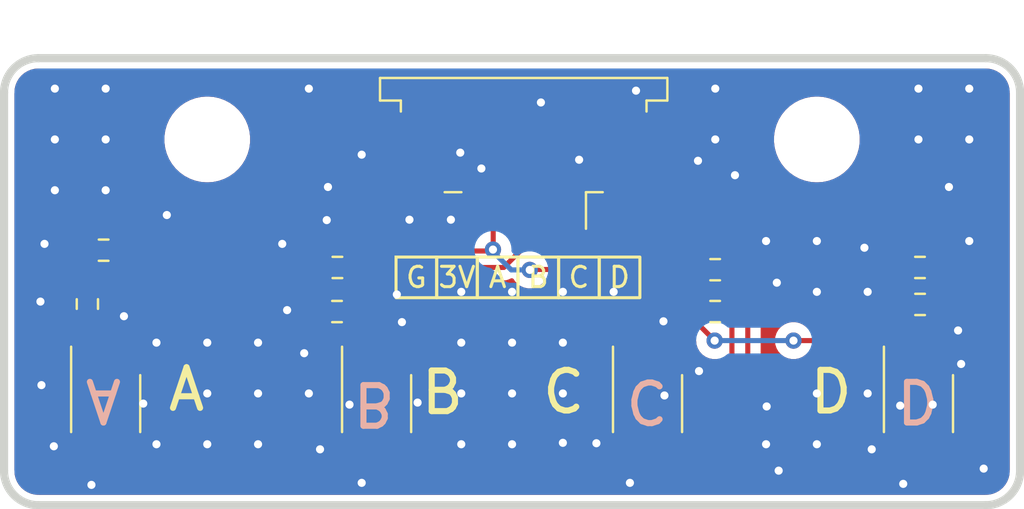
<source format=kicad_pcb>
(kicad_pcb (version 20211014) (generator pcbnew)
  (layers (0 "F.Cu" signal) (31 "B.Cu" signal) (34 "B.Paste" user) (35 "F.Paste" user) (36 "B.SilkS" user "B.Silkscreen") (37 "F.SilkS" user "F.Silkscreen") (38 "B.Mask" user) (39 "F.Mask" user) (44 "Edge.Cuts" user))
  (net 0 "")
  (net 1 "GND")
  (net 2 "+3V3")
  (net 3 "Net-(R3-Pad2)")
  (net 4 "Net-(R6-Pad2)")
  (net 5 "Net-(R9-Pad2)")
  (net 6 "Net-(R12-Pad2)")
  (net 7 "/Button A")
  (net 8 "/Button B")
  (net 9 "/Button C")
  (net 10 "/Button D")
  (footprint "Resistor_SMD:R_0603_1608Metric" (layer "F.Cu") (at 144.1 83.1 -90)
    (fp_text reference "R12" hide)
    (fp_text value "R100")
    (fp_line (start -0.237258 0.5225) (end 0.237258 0.5225) (layer "F.SilkS") (width 0.12))
    (fp_line (start -0.237258 -0.5225) (end 0.237258 -0.5225) (layer "F.SilkS") (width 0.12))
    (pad "1" smd roundrect locked (at -0.825 0 270) (size 0.8 0.95) (layers "F.Cu" "F.Paste" "F.Mask") (net 2 "+3V3"))
    (pad "2" smd roundrect locked (at 0.825 0 270) (size 0.8 0.95) (layers "F.Cu" "F.Paste" "F.Mask") (net 6 "Net-(R12-Pad2)"))
  )
  (footprint "Resistor_SMD:R_0603_1608Metric" (layer "F.Cu") (at 174.995 83.47)
    (fp_text reference "R3" hide)
    (fp_text value "R100")
    (fp_line (start -0.237258 0.5225) (end 0.237258 0.5225) (layer "F.SilkS") (width 0.12))
    (fp_line (start -0.237258 -0.5225) (end 0.237258 -0.5225) (layer "F.SilkS") (width 0.12))
    (pad "1" smd roundrect locked (at -0.825 0) (size 0.8 0.95) (layers "F.Cu" "F.Paste" "F.Mask") (net 2 "+3V3"))
    (pad "2" smd roundrect locked (at 0.825 0) (size 0.8 0.95) (layers "F.Cu" "F.Paste" "F.Mask") (net 3 "Net-(R3-Pad2)"))
  )
  (footprint "MountingHole:MountingHole_3.2mm_M3_ISO14580" (layer "F.Cu") (at 150 75)
    (fp_text reference "H2")
    (fp_text value "MountingHole")
    (pad "" np_thru_hole circle (at 0 0) (size 3.2 3.2) (drill 3.2) (layers *.Cu *.Mask))
  )
  (footprint "OptoDevice:OnSemi_CASE100CY" (layer "F.Cu") (at 158.333333 88)
    (fp_text reference "U3" hide)
    (fp_text value "QRE1113GR")
    (fp_line (start 1.7 1.4) (end 1.7 -1.4) (layer "F.SilkS") (width 0.12))
    (fp_line (start -1.7 1.4) (end -1.7 -2.8) (layer "F.SilkS") (width 0.12))
    (pad "1" smd roundrect locked (at -0.9 -2) (size 0.79 1.66) (layers "F.Cu" "F.Paste" "F.Mask") (net 5 "Net-(R9-Pad2)"))
    (pad "2" smd roundrect locked (at -0.9 2) (size 0.79 1.66) (layers "F.Cu" "F.Paste" "F.Mask") (net 1 "GND"))
    (pad "3" smd roundrect locked (at 0.9 2) (size 0.79 1.66) (layers "F.Cu" "F.Paste" "F.Mask") (net 8 "/Button B"))
    (pad "4" smd roundrect locked (at 0.9 -2) (size 0.79 1.66) (layers "F.Cu" "F.Paste" "F.Mask") (net 1 "GND"))
  )
  (footprint "Resistor_SMD:R_0603_1608Metric" (layer "F.Cu") (at 185.075 81.3)
    (fp_text reference "R8" hide)
    (fp_text value "10K")
    (fp_line (start -0.237258 -0.5225) (end 0.237258 -0.5225) (layer "F.SilkS") (width 0.12))
    (fp_line (start -0.237258 0.5225) (end 0.237258 0.5225) (layer "F.SilkS") (width 0.12))
    (pad "1" smd roundrect locked (at -0.825 0) (size 0.8 0.95) (layers "F.Cu" "F.Paste" "F.Mask") (net 2 "+3V3"))
    (pad "2" smd roundrect locked (at 0.825 0) (size 0.8 0.95) (layers "F.Cu" "F.Paste" "F.Mask") (net 10 "/Button D"))
  )
  (footprint "Resistor_SMD:R_0603_1608Metric" (layer "F.Cu") (at 144.9 80.45)
    (fp_text reference "R13" hide)
    (fp_text value "10K")
    (fp_line (start -0.237258 -0.5225) (end 0.237258 -0.5225) (layer "F.SilkS") (width 0.12))
    (fp_line (start -0.237258 0.5225) (end 0.237258 0.5225) (layer "F.SilkS") (width 0.12))
    (pad "1" smd roundrect locked (at -0.825 0) (size 0.8 0.95) (layers "F.Cu" "F.Paste" "F.Mask") (net 2 "+3V3"))
    (pad "2" smd roundrect locked (at 0.825 0) (size 0.8 0.95) (layers "F.Cu" "F.Paste" "F.Mask") (net 7 "/Button A"))
  )
  (footprint "Resistor_SMD:R_0603_1608Metric" (layer "F.Cu") (at 156.385 83.47)
    (fp_text reference "R9" hide)
    (fp_text value "R100")
    (fp_line (start -0.237258 0.5225) (end 0.237258 0.5225) (layer "F.SilkS") (width 0.12))
    (fp_line (start -0.237258 -0.5225) (end 0.237258 -0.5225) (layer "F.SilkS") (width 0.12))
    (pad "1" smd roundrect locked (at -0.825 0) (size 0.8 0.95) (layers "F.Cu" "F.Paste" "F.Mask") (net 2 "+3V3"))
    (pad "2" smd roundrect locked (at 0.825 0) (size 0.8 0.95) (layers "F.Cu" "F.Paste" "F.Mask") (net 5 "Net-(R9-Pad2)"))
  )
  (footprint "OptoDevice:OnSemi_CASE100CY" (layer "F.Cu") (at 145 88)
    (fp_text reference "U4" hide)
    (fp_text value "QRE1113GR")
    (fp_line (start -1.7 1.4) (end -1.7 -2.8) (layer "F.SilkS") (width 0.12))
    (fp_line (start 1.7 1.4) (end 1.7 -1.4) (layer "F.SilkS") (width 0.12))
    (pad "1" smd roundrect locked (at -0.9 -2) (size 0.79 1.66) (layers "F.Cu" "F.Paste" "F.Mask") (net 6 "Net-(R12-Pad2)"))
    (pad "2" smd roundrect locked (at -0.9 2) (size 0.79 1.66) (layers "F.Cu" "F.Paste" "F.Mask") (net 1 "GND"))
    (pad "3" smd roundrect locked (at 0.9 2) (size 0.79 1.66) (layers "F.Cu" "F.Paste" "F.Mask") (net 7 "/Button A"))
    (pad "4" smd roundrect locked (at 0.9 -2) (size 0.79 1.66) (layers "F.Cu" "F.Paste" "F.Mask") (net 1 "GND"))
  )
  (footprint "MountingHole:MountingHole_3.2mm_M3_ISO14580" (layer "F.Cu") (at 180 75)
    (fp_text reference "H1")
    (fp_text value "MountingHole")
    (pad "" np_thru_hole circle (at 0 0) (size 3.2 3.2) (drill 3.2) (layers *.Cu *.Mask))
  )
  (footprint "Connector_FFC-FPC:TE_84952-6_1x06-1MP_P1.0mm_Horizontal" (layer "F.Cu") (at 165.572 76.686 180)
    (fp_text reference "J9" hide)
    (fp_text value "Conn_01x06_MountingPin")
    (fp_line (start -7.07 4.71) (end -7.07 3.6) (layer "F.SilkS") (width 0.12))
    (fp_line (start -3.065 -0.91) (end -3.065 -2.71) (layer "F.SilkS") (width 0.12))
    (fp_line (start -6.045 3.6) (end -6.045 3.06) (layer "F.SilkS") (width 0.12))
    (fp_line (start -7.07 3.6) (end -6.045 3.6) (layer "F.SilkS") (width 0.12))
    (fp_line (start 6.045 3.06) (end 6.045 3.6) (layer "F.SilkS") (width 0.12))
    (fp_line (start 3.065 -0.91) (end 3.89 -0.91) (layer "F.SilkS") (width 0.12))
    (fp_line (start 6.045 3.6) (end 7.07 3.6) (layer "F.SilkS") (width 0.12))
    (fp_line (start -3.89 -0.91) (end -3.065 -0.91) (layer "F.SilkS") (width 0.12))
    (fp_line (start 7.07 3.6) (end 7.07 4.71) (layer "F.SilkS") (width 0.12))
    (fp_line (start 7.07 4.71) (end -7.07 4.71) (layer "F.SilkS") (width 0.12))
    (pad "1" smd rect locked (at -2.5 -1.8 180) (size 0.61 2) (layers "F.Cu" "F.Paste" "F.Mask") (net 10 "/Button D"))
    (pad "2" smd rect locked (at -1.5 -1.8 180) (size 0.61 2) (layers "F.Cu" "F.Paste" "F.Mask") (net 9 "/Button C"))
    (pad "3" smd rect locked (at -0.5 -1.8 180) (size 0.61 2) (layers "F.Cu" "F.Paste" "F.Mask") (net 8 "/Button B"))
    (pad "4" smd rect locked (at 0.5 -1.8 180) (size 0.61 2) (layers "F.Cu" "F.Paste" "F.Mask") (net 7 "/Button A"))
    (pad "5" smd rect locked (at 1.5 -1.8 180) (size 0.61 2) (layers "F.Cu" "F.Paste" "F.Mask") (net 2 "+3V3"))
    (pad "6" smd rect locked (at 2.5 -1.8 180) (size 0.61 2) (layers "F.Cu" "F.Paste" "F.Mask") (net 1 "GND"))
    (pad "MP" smd rect locked (at -5.49 1 180) (size 2.68 3.6) (layers "F.Cu" "F.Paste" "F.Mask") (net 1 "GND"))
    (pad "MP" smd rect locked (at 5.49 1 180) (size 2.68 3.6) (layers "F.Cu" "F.Paste" "F.Mask") (net 1 "GND"))
  )
  (footprint "Resistor_SMD:R_0603_1608Metric" (layer "F.Cu") (at 156.405 81.3)
    (fp_text reference "R10" hide)
    (fp_text value "10K")
    (fp_line (start -0.237258 -0.5225) (end 0.237258 -0.5225) (layer "F.SilkS") (width 0.12))
    (fp_line (start -0.237258 0.5225) (end 0.237258 0.5225) (layer "F.SilkS") (width 0.12))
    (pad "1" smd roundrect locked (at -0.825 0) (size 0.8 0.95) (layers "F.Cu" "F.Paste" "F.Mask") (net 2 "+3V3"))
    (pad "2" smd roundrect locked (at 0.825 0) (size 0.8 0.95) (layers "F.Cu" "F.Paste" "F.Mask") (net 8 "/Button B"))
  )
  (footprint "Resistor_SMD:R_0603_1608Metric" (layer "F.Cu") (at 174.995 81.41)
    (fp_text reference "R5" hide)
    (fp_text value "10K")
    (fp_line (start -0.237258 -0.5225) (end 0.237258 -0.5225) (layer "F.SilkS") (width 0.12))
    (fp_line (start -0.237258 0.5225) (end 0.237258 0.5225) (layer "F.SilkS") (width 0.12))
    (pad "1" smd roundrect locked (at -0.825 0) (size 0.8 0.95) (layers "F.Cu" "F.Paste" "F.Mask") (net 2 "+3V3"))
    (pad "2" smd roundrect locked (at 0.825 0) (size 0.8 0.95) (layers "F.Cu" "F.Paste" "F.Mask") (net 9 "/Button C"))
  )
  (footprint "Resistor_SMD:R_0603_1608Metric" (layer "F.Cu") (at 185.08 83.12)
    (fp_text reference "R6" hide)
    (fp_text value "R100")
    (fp_line (start -0.237258 0.5225) (end 0.237258 0.5225) (layer "F.SilkS") (width 0.12))
    (fp_line (start -0.237258 -0.5225) (end 0.237258 -0.5225) (layer "F.SilkS") (width 0.12))
    (pad "1" smd roundrect locked (at -0.825 0) (size 0.8 0.95) (layers "F.Cu" "F.Paste" "F.Mask") (net 2 "+3V3"))
    (pad "2" smd roundrect locked (at 0.825 0) (size 0.8 0.95) (layers "F.Cu" "F.Paste" "F.Mask") (net 4 "Net-(R6-Pad2)"))
  )
  (footprint "OptoDevice:OnSemi_CASE100CY" (layer "F.Cu") (at 185 88)
    (fp_text reference "U2" hide)
    (fp_text value "QRE1113GR")
    (fp_line (start 1.7 1.4) (end 1.7 -1.4) (layer "F.SilkS") (width 0.12))
    (fp_line (start -1.7 1.4) (end -1.7 -2.8) (layer "F.SilkS") (width 0.12))
    (pad "1" smd roundrect locked (at -0.9 -2) (size 0.79 1.66) (layers "F.Cu" "F.Paste" "F.Mask") (net 4 "Net-(R6-Pad2)"))
    (pad "2" smd roundrect locked (at -0.9 2) (size 0.79 1.66) (layers "F.Cu" "F.Paste" "F.Mask") (net 1 "GND"))
    (pad "3" smd roundrect locked (at 0.9 2) (size 0.79 1.66) (layers "F.Cu" "F.Paste" "F.Mask") (net 10 "/Button D"))
    (pad "4" smd roundrect locked (at 0.9 -2) (size 0.79 1.66) (layers "F.Cu" "F.Paste" "F.Mask") (net 1 "GND"))
  )
  (footprint "OptoDevice:OnSemi_CASE100CY" (layer "F.Cu") (at 171.666666 88)
    (fp_text reference "U1" hide)
    (fp_text value "QRE1113GR")
    (fp_line (start 1.7 1.4) (end 1.7 -1.4) (layer "F.SilkS") (width 0.12))
    (fp_line (start -1.7 1.4) (end -1.7 -2.8) (layer "F.SilkS") (width 0.12))
    (pad "1" smd roundrect locked (at -0.9 -2) (size 0.79 1.66) (layers "F.Cu" "F.Paste" "F.Mask") (net 3 "Net-(R3-Pad2)"))
    (pad "2" smd roundrect locked (at -0.9 2) (size 0.79 1.66) (layers "F.Cu" "F.Paste" "F.Mask") (net 1 "GND"))
    (pad "3" smd roundrect locked (at 0.9 2) (size 0.79 1.66) (layers "F.Cu" "F.Paste" "F.Mask") (net 9 "/Button C"))
    (pad "4" smd roundrect locked (at 0.9 -2) (size 0.79 1.66) (layers "F.Cu" "F.Paste" "F.Mask") (net 1 "GND"))
  )
  (gr_rect (start 161.29 82.788) (end 163.29 80.788) (layer "F.SilkS") (width 0.15) (fill none))
  (gr_rect (start 163.29 82.788) (end 165.29 80.788) (layer "F.SilkS") (width 0.15) (fill none))
  (gr_rect (start 167.29 82.788) (end 169.29 80.788) (layer "F.SilkS") (width 0.15) (fill none))
  (gr_rect (start 165.29 82.788) (end 167.29 80.788) (layer "F.SilkS") (width 0.15) (fill none))
  (gr_rect (start 169.29 82.788) (end 171.29 80.788) (layer "F.SilkS") (width 0.15) (fill none))
  (gr_rect (start 159.29 82.788) (end 161.29 80.788) (layer "F.SilkS") (width 0.15) (fill none))
  (gr_arc (start 140 72.68995) (mid 140.494975 71.494975) (end 141.68995 71) (layer "Edge.Cuts") (width 0.4))
  (gr_line (start 188.31005 71) (end 141.68995 71) (layer "Edge.Cuts") (width 0.4))
  (gr_line (start 188.31005 93) (end 141.68995 93) (layer "Edge.Cuts") (width 0.4))
  (gr_line (start 140 72.68995) (end 140 91.31005) (layer "Edge.Cuts") (width 0.4))
  (gr_arc (start 188.31005 71) (mid 189.505025 71.494975) (end 190 72.68995) (layer "Edge.Cuts") (width 0.4))
  (gr_arc (start 141.68995 93) (mid 140.494975 92.505025) (end 140 91.31005) (layer "Edge.Cuts") (width 0.4))
  (gr_arc (start 190 91.31005) (mid 189.505025 92.505025) (end 188.31005 93) (layer "Edge.Cuts") (width 0.4))
  (gr_line (start 190 72.68995) (end 190 91.31005) (layer "Edge.Cuts") (width 0.4))
  (gr_text "C" (at 171.64 87.87 180) (layer "B.SilkS") (effects (font (size 2 2) (thickness 0.3)) (justify mirror)))
  (gr_text "A" (at 144.89 87.84 180) (layer "B.SilkS") (effects (font (size 2 2) (thickness 0.3)) (justify mirror)))
  (gr_text "D" (at 184.96 87.84 180) (layer "B.SilkS") (effects (font (size 2 2) (thickness 0.3)) (justify mirror)))
  (gr_text "B" (at 158.21 88 180) (layer "B.SilkS") (effects (font (size 2 2) (thickness 0.3)) (justify mirror)))
  (gr_text "A" (at 164.29 81.788) (layer "F.SilkS") (effects (font (size 1 1))))
  (gr_text "A" (at 148.98 87.3) (layer "F.SilkS") (effects (font (size 2 2) (thickness 0.3))))
  (gr_text "C" (at 167.54 87.43) (layer "F.SilkS") (effects (font (size 2 2) (thickness 0.3))))
  (gr_text "B" (at 161.57 87.46) (layer "F.SilkS") (effects (font (size 2 2) (thickness 0.3))))
  (gr_text "G" (at 160.29 81.788) (layer "F.SilkS") (effects (font (size 1 1))))
  (gr_text "C" (at 168.29 81.788) (layer "F.SilkS") (effects (font (size 1 1))))
  (gr_text "D" (at 170.29 81.788) (layer "F.SilkS") (effects (font (size 1 1))))
  (gr_text "D" (at 180.7 87.43) (layer "F.SilkS") (effects (font (size 2 2) (thickness 0.3))))
  (gr_text "3V" (at 162.29 81.788) (layer "F.SilkS") (effects (font (size 1 1))))
  (gr_text "B" (at 166.29 81.788) (layer "F.SilkS") (effects (font (size 1 1))))
  (via (at 152.5 87.5) (size 0.8) (drill 0.4) (layers "F.Cu" "B.Cu") (net 1))
  (via (at 172.5 87.6) (size 0.8) (drill 0.4) (layers "F.Cu" "B.Cu") (net 1))
  (via (at 161.99 78.95) (size 0.8) (drill 0.4) (layers "F.Cu" "B.Cu") (net 1))
  (via (at 142.5 72.5) (size 0.8) (drill 0.4) (layers "F.Cu" "B.Cu") (net 1))
  (via (at 157 88.05) (size 0.8) (drill 0.4) (layers "F.Cu" "B.Cu") (net 1))
  (via (at 162.45 75.65) (size 0.8) (drill 0.4) (layers "F.Cu" "B.Cu") (net 1))
  (via (at 174.2 86.4) (size 0.8) (drill 0.4) (layers "F.Cu" "B.Cu") (net 1))
  (via (at 150 87.5) (size 0.8) (drill 0.4) (layers "F.Cu" "B.Cu") (net 1))
  (via (at 163.49 76.43) (size 0.8) (drill 0.4) (layers "F.Cu" "B.Cu") (net 1))
  (via (at 142.45 90.1) (size 0.8) (drill 0.4) (layers "F.Cu" "B.Cu") (net 1))
  (via (at 185 72.5) (size 0.8) (drill 0.4) (layers "F.Cu" "B.Cu") (net 1))
  (via (at 187.5 80) (size 0.8) (drill 0.4) (layers "F.Cu" "B.Cu") (net 1))
  (via (at 171.1 72.6) (size 0.8) (drill 0.4) (layers "F.Cu" "B.Cu") (net 1))
  (via (at 159.58 83.99) (size 0.8) (drill 0.4) (layers "F.Cu" "B.Cu") (net 1))
  (via (at 165 85) (size 0.8) (drill 0.4) (layers "F.Cu" "B.Cu") (net 1))
  (via (at 162.5 85) (size 0.8) (drill 0.4) (layers "F.Cu" "B.Cu") (net 1))
  (via (at 145 75) (size 0.8) (drill 0.4) (layers "F.Cu" "B.Cu") (net 1))
  (via (at 153.93 83.4) (size 0.8) (drill 0.4) (layers "F.Cu" "B.Cu") (net 1))
  (via (at 155.94 77.34) (size 0.8) (drill 0.4) (layers "F.Cu" "B.Cu") (net 1))
  (via (at 150 85) (size 0.8) (drill 0.4) (layers "F.Cu" "B.Cu") (net 1))
  (via (at 182.7 90.25) (size 0.8) (drill 0.4) (layers "F.Cu" "B.Cu") (net 1))
  (via (at 168.3 76) (size 0.8) (drill 0.4) (layers "F.Cu" "B.Cu") (net 1))
  (via (at 146.85 88) (size 0.8) (drill 0.4) (layers "F.Cu" "B.Cu") (net 1))
  (via (at 141.79 82.98) (size 0.8) (drill 0.4) (layers "F.Cu" "B.Cu") (net 1))
  (via (at 155 72.5) (size 0.8) (drill 0.4) (layers "F.Cu" "B.Cu") (net 1))
  (via (at 177.5 80) (size 0.8) (drill 0.4) (layers "F.Cu" "B.Cu") (net 1))
  (via (at 182.5 82.5) (size 0.8) (drill 0.4) (layers "F.Cu" "B.Cu") (net 1))
  (via (at 186.5 77.34) (size 0.8) (drill 0.4) (layers "F.Cu" "B.Cu") (net 1))
  (via (at 166.42 73.18) (size 0.8) (drill 0.4) (layers "F.Cu" "B.Cu") (net 1))
  (via (at 175 72.5) (size 0.8) (drill 0.4) (layers "F.Cu" "B.Cu") (net 1))
  (via (at 148.01 78.72) (size 0.8) (drill 0.4) (layers "F.Cu" "B.Cu") (net 1))
  (via (at 152.5 90) (size 0.8) (drill 0.4) (layers "F.Cu" "B.Cu") (net 1))
  (via (at 160.35 87.95) (size 0.8) (drill 0.4) (layers "F.Cu" "B.Cu") (net 1))
  (via (at 185.7 88.05) (size 0.8) (drill 0.4) (layers "F.Cu" "B.Cu") (net 1))
  (via (at 157.6 91.9) (size 0.8) (drill 0.4) (layers "F.Cu" "B.Cu") (net 1))
  (via (at 145 72.5) (size 0.8) (drill 0.4) (layers "F.Cu" "B.Cu") (net 1))
  (via (at 147.5 85) (size 0.8) (drill 0.4) (layers "F.Cu" "B.Cu") (net 1))
  (via (at 178.03 82.05) (size 0.8) (drill 0.4) (layers "F.Cu" "B.Cu") (net 1))
  (via (at 162.5 90) (size 0.8) (drill 0.4) (layers "F.Cu" "B.Cu") (net 1))
  (via (at 175.97 76.76) (size 0.8) (drill 0.4) (layers "F.Cu" "B.Cu") (net 1))
  (via (at 167.5 85) (size 0.8) (drill 0.4) (layers "F.Cu" "B.Cu") (net 1))
  (via (at 170.8 91.9) (size 0.8) (drill 0.4) (layers "F.Cu" "B.Cu") (net 1))
  (via (at 167.5 82.5) (size 0.8) (drill 0.4) (layers "F.Cu" "B.Cu") (net 1))
  (via (at 162.5 82.5) (size 0.8) (drill 0.4) (layers "F.Cu" "B.Cu") (net 1))
  (via (at 184.1 88.1) (size 0.8) (drill 0.4) (layers "F.Cu" "B.Cu") (net 1))
  (via (at 150 90) (size 0.8) (drill 0.4) (layers "F.Cu" "B.Cu") (net 1))
  (via (at 175 75) (size 0.8) (drill 0.4) (layers "F.Cu" "B.Cu") (net 1))
  (via (at 152.5 85) (size 0.8) (drill 0.4) (layers "F.Cu" "B.Cu") (net 1))
  (via (at 145.9 83.7) (size 0.8) (drill 0.4) (layers "F.Cu" "B.Cu") (net 1))
  (via (at 180 82.5) (size 0.8) (drill 0.4) (layers "F.Cu" "B.Cu") (net 1))
  (via (at 162.5 87.5) (size 0.8) (drill 0.4) (layers "F.Cu" "B.Cu") (net 1))
  (via (at 154.77 85.52) (size 0.8) (drill 0.4) (layers "F.Cu" "B.Cu") (net 1))
  (via (at 188.21 91.2) (size 0.8) (drill 0.4) (layers "F.Cu" "B.Cu") (net 1))
  (via (at 177.53 88.14) (size 0.8) (drill 0.4) (layers "F.Cu" "B.Cu") (net 1))
  (via (at 187.1 86.05) (size 0.8) (drill 0.4) (layers "F.Cu" "B.Cu") (net 1))
  (via (at 141.99 80.14) (size 0.8) (drill 0.4) (layers "F.Cu" "B.Cu") (net 1))
  (via (at 169.15 89.95) (size 0.8) (drill 0.4) (layers "F.Cu" "B.Cu") (net 1))
  (via (at 180 80) (size 0.8) (drill 0.4) (layers "F.Cu" "B.Cu") (net 1))
  (via (at 157.6 75.75) (size 0.8) (drill 0.4) (layers "F.Cu" "B.Cu") (net 1))
  (via (at 182.5 87.5) (size 0.8) (drill 0.4) (layers "F.Cu" "B.Cu") (net 1))
  (via (at 170 82.5) (size 0.8) (drill 0.4) (layers "F.Cu" "B.Cu") (net 1))
  (via (at 182.34 80.33) (size 0.8) (drill 0.4) (layers "F.Cu" "B.Cu") (net 1))
  (via (at 142.5 75) (size 0.8) (drill 0.4) (layers "F.Cu" "B.Cu") (net 1))
  (via (at 155 87.5) (size 0.8) (drill 0.4) (layers "F.Cu" "B.Cu") (net 1))
  (via (at 167.5 87.5) (size 0.8) (drill 0.4) (layers "F.Cu" "B.Cu") (net 1))
  (via (at 155.88 78.97) (size 0.8) (drill 0.4) (layers "F.Cu" "B.Cu") (net 1))
  (via (at 177.5 90) (size 0.8) (drill 0.4) (layers "F.Cu" "B.Cu") (net 1))
  (via (at 144.3 92) (size 0.8) (drill 0.4) (layers "F.Cu" "B.Cu") (net 1))
  (via (at 159.95 78.95) (size 0.8) (drill 0.4) (layers "F.Cu" "B.Cu") (net 1))
  (via (at 180 87.5) (size 0.8) (drill 0.4) (layers "F.Cu" "B.Cu") (net 1))
  (via (at 165 82.5) (size 0.8) (drill 0.4) (layers "F.Cu" "B.Cu") (net 1))
  (via (at 186.95 84.4) (size 0.8) (drill 0.4) (layers "F.Cu" "B.Cu") (net 1))
  (via (at 180 90) (size 0.8) (drill 0.4) (layers "F.Cu" "B.Cu") (net 1))
  (via (at 172.45 83.95) (size 0.8) (drill 0.4) (layers "F.Cu" "B.Cu") (net 1))
  (via (at 141.84 87.09) (size 0.8) (drill 0.4) (layers "F.Cu" "B.Cu") (net 1))
  (via (at 167.5 89.93) (size 0.8) (drill 0.4) (layers "F.Cu" "B.Cu") (net 1))
  (via (at 147.5 90) (size 0.8) (drill 0.4) (layers "F.Cu" "B.Cu") (net 1))
  (via (at 155.55 90.25) (size 0.8) (drill 0.4) (layers "F.Cu" "B.Cu") (net 1))
  (via (at 145 77.5) (size 0.8) (drill 0.4) (layers "F.Cu" "B.Cu") (net 1))
  (via (at 165 90) (size 0.8) (drill 0.4) (layers "F.Cu" "B.Cu") (net 1))
  (via (at 165 87.5) (size 0.8) (drill 0.4) (layers "F.Cu" "B.Cu") (net 1))
  (via (at 174.15 76.05) (size 0.8) (drill 0.4) (layers "F.Cu" "B.Cu") (net 1))
  (via (at 187.5 75) (size 0.8) (drill 0.4) (layers "F.Cu" "B.Cu") (net 1))
  (via (at 184.25 91.95) (size 0.8) (drill 0.4) (layers "F.Cu" "B.Cu") (net 1))
  (via (at 153.69 80.14) (size 0.8) (drill 0.4) (layers "F.Cu" "B.Cu") (net 1))
  (via (at 185 75) (size 0.8) (drill 0.4) (layers "F.Cu" "B.Cu") (net 1))
  (via (at 142.5 77.5) (size 0.8) (drill 0.4) (layers "F.Cu" "B.Cu") (net 1))
  (via (at 178.12 91.3) (size 0.8) (drill 0.4) (layers "F.Cu" "B.Cu") (net 1))
  (via (at 159.33 82.63) (size 0.8) (drill 0.4) (layers "F.Cu" "B.Cu") (net 1))
  (via (at 187.5 72.5) (size 0.8) (drill 0.4) (layers "F.Cu" "B.Cu") (net 1))
  (segment (start 155.58 81.3) (end 155.58 83.45) (width 0.25) (layer "F.Cu") (net 2))
  (segment (start 174.17 83.47) (end 174.17 84.1) (width 0.25) (layer "F.Cu") (net 2))
  (segment (start 184.25 83.115) (end 184.255 83.12) (width 0.25) (layer "F.Cu") (net 2))
  (segment (start 165.89 81.4) (end 174.16 81.4) (width 0.25) (layer "F.Cu") (net 2))
  (segment (start 164.072 80.408) (end 164.072 78.486) (width 0.25) (layer "F.Cu") (net 2))
  (segment (start 144.1 80.475) (end 144.1 82.275) (width 0.25) (layer "F.Cu") (net 2))
  (segment (start 174.16 81.4) (end 174.17 81.41) (width 0.25) (layer "F.Cu") (net 2))
  (segment (start 174.17 83.47) (end 174.17 81.41) (width 0.25) (layer "F.Cu") (net 2))
  (segment (start 184.25 81.3) (end 184.25 83.115) (width 0.25) (layer "F.Cu") (net 2))
  (segment (start 144.1 82.275) (end 144.175 82.2) (width 0.25) (layer "F.Cu") (net 2))
  (segment (start 174.17 84.1) (end 174.97 84.9) (width 0.25) (layer "F.Cu") (net 2))
  (segment (start 154.25 81.3) (end 155.58 81.3) (width 0.25) (layer "F.Cu") (net 2))
  (segment (start 165.87 81.42) (end 165.89 81.4) (width 0.25) (layer "F.Cu") (net 2))
  (segment (start 164.06 80.42) (end 163.99 80.49) (width 0.25) (layer "F.Cu") (net 2))
  (segment (start 183.3 84.9) (end 184.255 83.945) (width 0.25) (layer "F.Cu") (net 2))
  (segment (start 184.255 83.945) (end 184.255 83.12) (width 0.25) (layer "F.Cu") (net 2))
  (segment (start 156.01 80.49) (end 155.58 80.92) (width 0.25) (layer "F.Cu") (net 2))
  (segment (start 164.06 80.42) (end 164.072 80.408) (width 0.25) (layer "F.Cu") (net 2))
  (segment (start 153.35 82.2) (end 154.25 81.3) (width 0.25) (layer "F.Cu") (net 2))
  (segment (start 155.58 83.45) (end 155.56 83.47) (width 0.25) (layer "F.Cu") (net 2))
  (segment (start 144.075 80.45) (end 144.1 80.475) (width 0.25) (layer "F.Cu") (net 2))
  (segment (start 155.58 80.92) (end 155.58 81.3) (width 0.25) (layer "F.Cu") (net 2))
  (segment (start 163.99 80.49) (end 156.01 80.49) (width 0.25) (layer "F.Cu") (net 2))
  (segment (start 178.85 84.9) (end 183.3 84.9) (width 0.25) (layer "F.Cu") (net 2))
  (segment (start 144.175 82.2) (end 153.35 82.2) (width 0.25) (layer "F.Cu") (net 2))
  (via (at 165.87 81.42) (size 0.8) (drill 0.4) (layers "F.Cu" "B.Cu") (net 2))
  (via (at 178.85 84.9) (size 0.8) (drill 0.4) (layers "F.Cu" "B.Cu") (net 2))
  (via (at 174.97 84.9) (size 0.8) (drill 0.4) (layers "F.Cu" "B.Cu") (net 2))
  (via (at 164.06 80.42) (size 0.8) (drill 0.4) (layers "F.Cu" "B.Cu") (net 2))
  (segment (start 164.06 80.42) (end 164.06 80.52) (width 0.25) (layer "B.Cu") (net 2))
  (segment (start 178.85 84.9) (end 174.97 84.9) (width 0.25) (layer "B.Cu") (net 2))
  (segment (start 164.06 80.52) (end 164.96 81.42) (width 0.25) (layer "B.Cu") (net 2))
  (segment (start 164.96 81.42) (end 165.87 81.42) (width 0.25) (layer "B.Cu") (net 2))
  (segment (start 170.766666 87.586666) (end 170.766666 86) (width 0.25) (layer "F.Cu") (net 3))
  (segment (start 171.53 88.35) (end 170.766666 87.586666) (width 0.25) (layer "F.Cu") (net 3))
  (segment (start 175.82 86.93) (end 174.4 88.35) (width 0.25) (layer "F.Cu") (net 3))
  (segment (start 175.82 83.47) (end 175.82 86.93) (width 0.25) (layer "F.Cu") (net 3))
  (segment (start 174.4 88.35) (end 171.53 88.35) (width 0.25) (layer "F.Cu") (net 3))
  (segment (start 185.905 83.12) (end 185.33 83.12) (width 0.25) (layer "F.Cu") (net 4))
  (segment (start 185.33 83.12) (end 185 83.45) (width 0.25) (layer "F.Cu") (net 4))
  (segment (start 185 85.65) (end 184.65 86) (width 0.25) (layer "F.Cu") (net 4))
  (segment (start 185 83.45) (end 185 85.65) (width 0.25) (layer "F.Cu") (net 4))
  (segment (start 184.65 86) (end 184.1 86) (width 0.25) (layer "F.Cu") (net 4))
  (segment (start 157.21 83.47) (end 157.21 85.776667) (width 0.25) (layer "F.Cu") (net 5))
  (segment (start 157.21 85.776667) (end 157.433333 86) (width 0.25) (layer "F.Cu") (net 5))
  (segment (start 144.1 83.925) (end 144.1 86) (width 0.25) (layer "F.Cu") (net 6))
  (segment (start 143.30048 79.69952) (end 143.75 79.25) (width 0.25) (layer "F.Cu") (net 7))
  (segment (start 150.1 80.45) (end 158.11 72.44) (width 0.25) (layer "F.Cu") (net 7))
  (segment (start 145.35 79.25) (end 145.725 79.625) (width 0.25) (layer "F.Cu") (net 7))
  (segment (start 158.11 72.44) (end 162.55 72.44) (width 0.25) (layer "F.Cu") (net 7))
  (segment (start 145.9 88.85) (end 144.8 87.75) (width 0.25) (layer "F.Cu") (net 7))
  (segment (start 145.725 80.45) (end 150.1 80.45) (width 0.25) (layer "F.Cu") (net 7))
  (segment (start 165.072 74.962) (end 165.072 78.486) (width 0.25) (layer "F.Cu") (net 7))
  (segment (start 145.725 79.625) (end 145.725 80.45) (width 0.25) (layer "F.Cu") (net 7))
  (segment (start 145.9 90) (end 145.9 88.85) (width 0.25) (layer "F.Cu") (net 7))
  (segment (start 143.75 79.25) (end 145.35 79.25) (width 0.25) (layer "F.Cu") (net 7))
  (segment (start 143.30048 87.03048) (end 143.30048 79.69952) (width 0.25) (layer "F.Cu") (net 7))
  (segment (start 144.02 87.75) (end 143.30048 87.03048) (width 0.25) (layer "F.Cu") (net 7))
  (segment (start 144.8 87.75) (end 144.02 87.75) (width 0.25) (layer "F.Cu") (net 7))
  (segment (start 162.55 72.44) (end 165.072 74.962) (width 0.25) (layer "F.Cu") (net 7))
  (segment (start 158.13 83.08) (end 158.13 85.12842) (width 0.25) (layer "F.Cu") (net 8))
  (segment (start 159.233333 88.463333) (end 159.233333 90) (width 0.25) (layer "F.Cu") (net 8))
  (segment (start 157.23 81.3) (end 157.23 82.18) (width 0.25) (layer "F.Cu") (net 8))
  (segment (start 157.23 81.3) (end 164.59 81.3) (width 0.25) (layer "F.Cu") (net 8))
  (segment (start 166.072 79.818) (end 166.072 78.486) (width 0.25) (layer "F.Cu") (net 8))
  (segment (start 158.13 85.12842) (end 158.152853 85.151273) (width 0.25) (layer "F.Cu") (net 8))
  (segment (start 157.23 82.18) (end 158.13 83.08) (width 0.25) (layer "F.Cu") (net 8))
  (segment (start 164.59 81.3) (end 166.072 79.818) (width 0.25) (layer "F.Cu") (net 8))
  (segment (start 158.13 86.87158) (end 158.13 87.36) (width 0.25) (layer "F.Cu") (net 8))
  (segment (start 158.152853 85.151273) (end 158.152853 86.848727) (width 0.25) (layer "F.Cu") (net 8))
  (segment (start 158.152853 86.848727) (end 158.13 86.87158) (width 0.25) (layer "F.Cu") (net 8))
  (segment (start 158.13 87.36) (end 159.233333 88.463333) (width 0.25) (layer "F.Cu") (net 8))
  (segment (start 167.072 79.872) (end 167.072 78.486) (width 0.25) (layer "F.Cu") (net 9))
  (segment (start 175.43 80.31) (end 167.51 80.31) (width 0.25) (layer "F.Cu") (net 9))
  (segment (start 176.6 87.35) (end 173.95 90) (width 0.25) (layer "F.Cu") (net 9))
  (segment (start 176.6 82.9) (end 176.6 87.35) (width 0.25) (layer "F.Cu") (net 9))
  (segment (start 175.82 80.7) (end 175.43 80.31) (width 0.25) (layer "F.Cu") (net 9))
  (segment (start 175.82 81.41) (end 175.82 80.7) (width 0.25) (layer "F.Cu") (net 9))
  (segment (start 175.82 82.12) (end 176.6 82.9) (width 0.25) (layer "F.Cu") (net 9))
  (segment (start 173.95 90) (end 172.566666 90) (width 0.25) (layer "F.Cu") (net 9))
  (segment (start 175.82 81.41) (end 175.82 82.12) (width 0.25) (layer "F.Cu") (net 9))
  (segment (start 167.51 80.31) (end 167.072 79.872) (width 0.25) (layer "F.Cu") (net 9))
  (segment (start 188.11 89.31) (end 187.42 90) (width 0.25) (layer "F.Cu") (net 10))
  (segment (start 185.9 81.3) (end 185.9 79.65) (width 0.25) (layer "F.Cu") (net 10))
  (segment (start 187.15 81.3) (end 188.11 82.26) (width 0.25) (layer "F.Cu") (net 10))
  (segment (start 185.9 81.3) (end 187.15 81.3) (width 0.25) (layer "F.Cu") (net 10))
  (segment (start 184.736 78.486) (end 168.072 78.486) (width 0.25) (layer "F.Cu") (net 10))
  (segment (start 185.9 79.65) (end 184.736 78.486) (width 0.25) (layer "F.Cu") (net 10))
  (segment (start 187.42 90) (end 185.9 90) (width 0.25) (layer "F.Cu") (net 10))
  (segment (start 188.11 82.26) (end 188.11 89.31) (width 0.25) (layer "F.Cu") (net 10))
  (zone (net 1) (net_name "GND") (layer "F.Cu") (connect_pads (clearance 0.508)) (min_thickness 0.254) (fill yes (thermal_gap 0.508) (thermal_bridge_width 0.508))
    (polygon (pts (xy 190 93) (xy 140 93) (xy 140 71) (xy 190 71)))
  )
  (zone (net 1) (net_name "GND") (layer "B.Cu") (connect_pads (clearance 0.508)) (min_thickness 0.254) (fill yes (thermal_gap 0.508) (thermal_bridge_width 0.508))
    (polygon (pts (xy 190 93) (xy 140 93) (xy 140 71) (xy 190 71)))
  )
)
</source>
